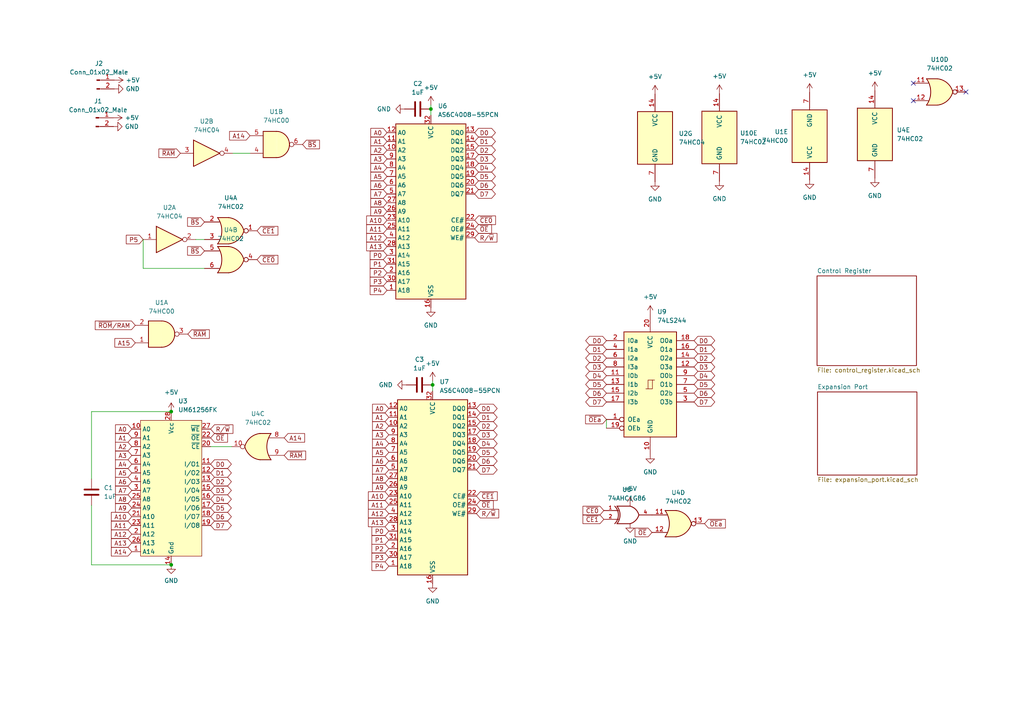
<source format=kicad_sch>
(kicad_sch (version 20211123) (generator eeschema)
  (paper "A4")
  (lib_symbols
    (symbol "6309sbc:UM61256FK"
      (property "Reference" "U" (at 0 8.89 0))
      (property "Value" "UM61256FK" (at 0 11.43 0))
      (symbol "UM61256FK_1_1"
        (pin input line (at -11.43 -16.51 0) (length 2.54) (name "A14") (number "1"))
        (pin input line (at -11.43 19.05 0) (length 2.54) (name "A0") (number "10"))
        (pin bidirectional line (at 11.43 8.89 180) (length 2.54) (name "I/O1") (number "11"))
        (pin bidirectional line (at 11.43 6.35 180) (length 2.54) (name "I/O2") (number "12"))
        (pin bidirectional line (at 11.43 3.81 180) (length 2.54) (name "I/O3") (number "13"))
        (pin power_in line (at 0 -20.32 90) (length 2.54) (name "Gnd") (number "14"))
        (pin bidirectional line (at 11.43 1.27 180) (length 2.54) (name "I/O4") (number "15"))
        (pin bidirectional line (at 11.43 -1.27 180) (length 2.54) (name "I/O5") (number "16"))
        (pin bidirectional line (at 11.43 -3.81 180) (length 2.54) (name "I/O6") (number "17"))
        (pin bidirectional line (at 11.43 -6.35 180) (length 2.54) (name "I/O7") (number "18"))
        (pin bidirectional line (at 11.43 -8.89 180) (length 2.54) (name "I/O8") (number "19"))
        (pin input line (at -11.43 -11.43 0) (length 2.54) (name "A12") (number "2"))
        (pin input line (at 11.43 13.97 180) (length 2.54) (name "~{CE}") (number "20"))
        (pin input line (at -11.43 -6.35 0) (length 2.54) (name "A10") (number "21"))
        (pin input line (at 11.43 16.51 180) (length 2.54) (name "~{OE}") (number "22"))
        (pin input line (at -11.43 -8.89 0) (length 2.54) (name "A11") (number "23"))
        (pin input line (at -11.43 -3.81 0) (length 2.54) (name "A9") (number "24"))
        (pin input line (at -11.43 -1.27 0) (length 2.54) (name "A8") (number "25"))
        (pin input line (at -11.43 -13.97 0) (length 2.54) (name "A13") (number "26"))
        (pin input line (at 11.43 19.05 180) (length 2.54) (name "~{WE}") (number "27"))
        (pin power_in line (at 0 24.13 270) (length 2.54) (name "Vcc") (number "28"))
        (pin input line (at -11.43 1.27 0) (length 2.54) (name "A7") (number "3"))
        (pin input line (at -11.43 3.81 0) (length 2.54) (name "A6") (number "4"))
        (pin input line (at -11.43 6.35 0) (length 2.54) (name "A5") (number "5"))
        (pin input line (at -11.43 8.89 0) (length 2.54) (name "A4") (number "6"))
        (pin input line (at -11.43 11.43 0) (length 2.54) (name "A3") (number "7"))
        (pin input line (at -11.43 13.97 0) (length 2.54) (name "A2") (number "8"))
        (pin input line (at -11.43 16.51 0) (length 2.54) (name "A1") (number "9"))
      )
    )
    (symbol "74xGxx:74AHC1G86" (pin_names (offset 1.016))
      (property "Reference" "U" (at -2.54 3.81 0))
      (property "Value" "74AHC1G86" (at 0 -3.81 0))
      (symbol "74AHC1G86_1_1"
        (pin input line (at -7.62 1.27 0) (length 3.81) (name "~") (number "1"))
        (pin input line (at -7.62 -1.27 0) (length 3.81) (name "~") (number "2"))
        (pin power_in line (at 0 -2.54 270) (length 0) hide (name "GND") (number "3"))
        (pin output line (at 6.35 0 180) (length 3.81) (name "~") (number "4"))
        (pin power_in line (at 0 2.54 90) (length 0) hide (name "VCC") (number "5"))
      )
    )
    (symbol "74xx:74HC00" (pin_names (offset 1.016))
      (property "Reference" "U" (at 0 1.27 0))
      (property "Value" "74HC00" (at 0 -1.27 0))
      (symbol "74HC00_1_1"
        (pin input line (at -7.62 2.54 0) (length 3.81) (name "~") (number "1"))
        (pin input line (at -7.62 -2.54 0) (length 3.81) (name "~") (number "2"))
        (pin output inverted (at 7.62 0 180) (length 3.81) (name "~") (number "3"))
      )
      (symbol "74HC00_1_2"
        (pin input inverted (at -7.62 2.54 0) (length 4.318) (name "~") (number "1"))
        (pin input inverted (at -7.62 -2.54 0) (length 4.318) (name "~") (number "2"))
        (pin output line (at 7.62 0 180) (length 3.81) (name "~") (number "3"))
      )
      (symbol "74HC00_2_1"
        (pin input line (at -7.62 2.54 0) (length 3.81) (name "~") (number "4"))
        (pin input line (at -7.62 -2.54 0) (length 3.81) (name "~") (number "5"))
        (pin output inverted (at 7.62 0 180) (length 3.81) (name "~") (number "6"))
      )
      (symbol "74HC00_2_2"
        (pin input inverted (at -7.62 2.54 0) (length 4.318) (name "~") (number "4"))
        (pin input inverted (at -7.62 -2.54 0) (length 4.318) (name "~") (number "5"))
        (pin output line (at 7.62 0 180) (length 3.81) (name "~") (number "6"))
      )
      (symbol "74HC00_3_1"
        (pin input line (at -7.62 -2.54 0) (length 3.81) (name "~") (number "10"))
        (pin output inverted (at 7.62 0 180) (length 3.81) (name "~") (number "8"))
        (pin input line (at -7.62 2.54 0) (length 3.81) (name "~") (number "9"))
      )
      (symbol "74HC00_3_2"
        (pin input inverted (at -7.62 -2.54 0) (length 4.318) (name "~") (number "10"))
        (pin output line (at 7.62 0 180) (length 3.81) (name "~") (number "8"))
        (pin input inverted (at -7.62 2.54 0) (length 4.318) (name "~") (number "9"))
      )
      (symbol "74HC00_4_1"
        (pin output inverted (at 7.62 0 180) (length 3.81) (name "~") (number "11"))
        (pin input line (at -7.62 2.54 0) (length 3.81) (name "~") (number "12"))
        (pin input line (at -7.62 -2.54 0) (length 3.81) (name "~") (number "13"))
      )
      (symbol "74HC00_4_2"
        (pin output line (at 7.62 0 180) (length 3.81) (name "~") (number "11"))
        (pin input inverted (at -7.62 2.54 0) (length 4.318) (name "~") (number "12"))
        (pin input inverted (at -7.62 -2.54 0) (length 4.318) (name "~") (number "13"))
      )
      (symbol "74HC00_5_0"
        (pin power_in line (at 0 12.7 270) (length 5.08) (name "VCC") (number "14"))
        (pin power_in line (at 0 -12.7 90) (length 5.08) (name "GND") (number "7"))
      )
    )
    (symbol "74xx:74HC02" (pin_names (offset 1.016))
      (property "Reference" "U" (at 0 1.27 0))
      (property "Value" "74HC02" (at 0 -1.27 0))
      (symbol "74HC02_1_1"
        (pin output inverted (at 7.62 0 180) (length 3.81) (name "~") (number "1"))
        (pin input line (at -7.62 2.54 0) (length 4.318) (name "~") (number "2"))
        (pin input line (at -7.62 -2.54 0) (length 4.318) (name "~") (number "3"))
      )
      (symbol "74HC02_1_2"
        (pin output line (at 7.62 0 180) (length 3.81) (name "~") (number "1"))
        (pin input inverted (at -7.62 2.54 0) (length 3.81) (name "~") (number "2"))
        (pin input inverted (at -7.62 -2.54 0) (length 3.81) (name "~") (number "3"))
      )
      (symbol "74HC02_2_1"
        (pin output inverted (at 7.62 0 180) (length 3.81) (name "~") (number "4"))
        (pin input line (at -7.62 2.54 0) (length 4.318) (name "~") (number "5"))
        (pin input line (at -7.62 -2.54 0) (length 4.318) (name "~") (number "6"))
      )
      (symbol "74HC02_2_2"
        (pin output line (at 7.62 0 180) (length 3.81) (name "~") (number "4"))
        (pin input inverted (at -7.62 2.54 0) (length 3.81) (name "~") (number "5"))
        (pin input inverted (at -7.62 -2.54 0) (length 3.81) (name "~") (number "6"))
      )
      (symbol "74HC02_3_1"
        (pin output inverted (at 7.62 0 180) (length 3.81) (name "~") (number "10"))
        (pin input line (at -7.62 2.54 0) (length 4.318) (name "~") (number "8"))
        (pin input line (at -7.62 -2.54 0) (length 4.318) (name "~") (number "9"))
      )
      (symbol "74HC02_3_2"
        (pin output line (at 7.62 0 180) (length 3.81) (name "~") (number "10"))
        (pin input inverted (at -7.62 2.54 0) (length 3.81) (name "~") (number "8"))
        (pin input inverted (at -7.62 -2.54 0) (length 3.81) (name "~") (number "9"))
      )
      (symbol "74HC02_4_1"
        (pin input line (at -7.62 2.54 0) (length 4.318) (name "~") (number "11"))
        (pin input line (at -7.62 -2.54 0) (length 4.318) (name "~") (number "12"))
        (pin output inverted (at 7.62 0 180) (length 3.81) (name "~") (number "13"))
      )
      (symbol "74HC02_4_2"
        (pin input inverted (at -7.62 2.54 0) (length 3.81) (name "~") (number "11"))
        (pin input inverted (at -7.62 -2.54 0) (length 3.81) (name "~") (number "12"))
        (pin output line (at 7.62 0 180) (length 3.81) (name "~") (number "13"))
      )
      (symbol "74HC02_5_0"
        (pin power_in line (at 0 12.7 270) (length 5.08) (name "VCC") (number "14"))
        (pin power_in line (at 0 -12.7 90) (length 5.08) (name "GND") (number "7"))
      )
    )
    (symbol "74xx:74HC04"
      (property "Reference" "U" (at 0 1.27 0))
      (property "Value" "74HC04" (at 0 -1.27 0))
      (symbol "74HC04_1_0"
        (pin input line (at -7.62 0 0) (length 3.81) (name "~") (number "1"))
        (pin output inverted (at 7.62 0 180) (length 3.81) (name "~") (number "2"))
      )
      (symbol "74HC04_2_0"
        (pin input line (at -7.62 0 0) (length 3.81) (name "~") (number "3"))
        (pin output inverted (at 7.62 0 180) (length 3.81) (name "~") (number "4"))
      )
      (symbol "74HC04_3_0"
        (pin input line (at -7.62 0 0) (length 3.81) (name "~") (number "5"))
        (pin output inverted (at 7.62 0 180) (length 3.81) (name "~") (number "6"))
      )
      (symbol "74HC04_4_0"
        (pin output inverted (at 7.62 0 180) (length 3.81) (name "~") (number "8"))
        (pin input line (at -7.62 0 0) (length 3.81) (name "~") (number "9"))
      )
      (symbol "74HC04_5_0"
        (pin output inverted (at 7.62 0 180) (length 3.81) (name "~") (number "10"))
        (pin input line (at -7.62 0 0) (length 3.81) (name "~") (number "11"))
      )
      (symbol "74HC04_6_0"
        (pin output inverted (at 7.62 0 180) (length 3.81) (name "~") (number "12"))
        (pin input line (at -7.62 0 0) (length 3.81) (name "~") (number "13"))
      )
      (symbol "74HC04_7_0"
        (pin power_in line (at 0 12.7 270) (length 5.08) (name "VCC") (number "14"))
        (pin power_in line (at 0 -12.7 90) (length 5.08) (name "GND") (number "7"))
      )
    )
    (symbol "74xx:74LS02" (pin_names (offset 1.016))
      (property "Reference" "U" (at 0 1.27 0))
      (property "Value" "74LS02" (at 0 -1.27 0))
      (symbol "74LS02_1_1"
        (pin output inverted (at 7.62 0 180) (length 3.81) (name "~") (number "1"))
        (pin input line (at -7.62 2.54 0) (length 4.318) (name "~") (number "2"))
        (pin input line (at -7.62 -2.54 0) (length 4.318) (name "~") (number "3"))
      )
      (symbol "74LS02_1_2"
        (pin output line (at 7.62 0 180) (length 3.81) (name "~") (number "1"))
        (pin input inverted (at -7.62 2.54 0) (length 3.81) (name "~") (number "2"))
        (pin input inverted (at -7.62 -2.54 0) (length 3.81) (name "~") (number "3"))
      )
      (symbol "74LS02_2_1"
        (pin output inverted (at 7.62 0 180) (length 3.81) (name "~") (number "4"))
        (pin input line (at -7.62 2.54 0) (length 4.318) (name "~") (number "5"))
        (pin input line (at -7.62 -2.54 0) (length 4.318) (name "~") (number "6"))
      )
      (symbol "74LS02_2_2"
        (pin output line (at 7.62 0 180) (length 3.81) (name "~") (number "4"))
        (pin input inverted (at -7.62 2.54 0) (length 3.81) (name "~") (number "5"))
        (pin input inverted (at -7.62 -2.54 0) (length 3.81) (name "~") (number "6"))
      )
      (symbol "74LS02_3_1"
        (pin output inverted (at 7.62 0 180) (length 3.81) (name "~") (number "10"))
        (pin input line (at -7.62 2.54 0) (length 4.318) (name "~") (number "8"))
        (pin input line (at -7.62 -2.54 0) (length 4.318) (name "~") (number "9"))
      )
      (symbol "74LS02_3_2"
        (pin output line (at 7.62 0 180) (length 3.81) (name "~") (number "10"))
        (pin input inverted (at -7.62 2.54 0) (length 3.81) (name "~") (number "8"))
        (pin input inverted (at -7.62 -2.54 0) (length 3.81) (name "~") (number "9"))
      )
      (symbol "74LS02_4_1"
        (pin input line (at -7.62 2.54 0) (length 4.318) (name "~") (number "11"))
        (pin input line (at -7.62 -2.54 0) (length 4.318) (name "~") (number "12"))
        (pin output inverted (at 7.62 0 180) (length 3.81) (name "~") (number "13"))
      )
      (symbol "74LS02_4_2"
        (pin input inverted (at -7.62 2.54 0) (length 3.81) (name "~") (number "11"))
        (pin input inverted (at -7.62 -2.54 0) (length 3.81) (name "~") (number "12"))
        (pin output line (at 7.62 0 180) (length 3.81) (name "~") (number "13"))
      )
      (symbol "74LS02_5_0"
        (pin power_in line (at 0 12.7 270) (length 5.08) (name "VCC") (number "14"))
        (pin power_in line (at 0 -12.7 90) (length 5.08) (name "GND") (number "7"))
      )
    )
    (symbol "74xx:74LS244" (pin_names (offset 1.016))
      (property "Reference" "U" (at -7.62 16.51 0))
      (property "Value" "74LS244" (at -7.62 -16.51 0))
      (symbol "74LS244_1_0"
        (pin input inverted (at -12.7 -10.16 0) (length 5.08) (name "OEa") (number "1"))
        (pin power_in line (at 0 -20.32 90) (length 5.08) (name "GND") (number "10"))
        (pin input line (at -12.7 2.54 0) (length 5.08) (name "I0b") (number "11"))
        (pin tri_state line (at 12.7 5.08 180) (length 5.08) (name "O3a") (number "12"))
        (pin input line (at -12.7 0 0) (length 5.08) (name "I1b") (number "13"))
        (pin tri_state line (at 12.7 7.62 180) (length 5.08) (name "O2a") (number "14"))
        (pin input line (at -12.7 -2.54 0) (length 5.08) (name "I2b") (number "15"))
        (pin tri_state line (at 12.7 10.16 180) (length 5.08) (name "O1a") (number "16"))
        (pin input line (at -12.7 -5.08 0) (length 5.08) (name "I3b") (number "17"))
        (pin tri_state line (at 12.7 12.7 180) (length 5.08) (name "O0a") (number "18"))
        (pin input inverted (at -12.7 -12.7 0) (length 5.08) (name "OEb") (number "19"))
        (pin input line (at -12.7 12.7 0) (length 5.08) (name "I0a") (number "2"))
        (pin power_in line (at 0 20.32 270) (length 5.08) (name "VCC") (number "20"))
        (pin tri_state line (at 12.7 -5.08 180) (length 5.08) (name "O3b") (number "3"))
        (pin input line (at -12.7 10.16 0) (length 5.08) (name "I1a") (number "4"))
        (pin tri_state line (at 12.7 -2.54 180) (length 5.08) (name "O2b") (number "5"))
        (pin input line (at -12.7 7.62 0) (length 5.08) (name "I2a") (number "6"))
        (pin tri_state line (at 12.7 0 180) (length 5.08) (name "O1b") (number "7"))
        (pin input line (at -12.7 5.08 0) (length 5.08) (name "I3a") (number "8"))
        (pin tri_state line (at 12.7 2.54 180) (length 5.08) (name "O0b") (number "9"))
      )
    )
    (symbol "Connector:Conn_01x02_Male" (pin_names (offset 1.016) hide)
      (property "Reference" "J" (at 0 2.54 0))
      (property "Value" "Conn_01x02_Male" (at 0 -5.08 0))
      (symbol "Conn_01x02_Male_1_1"
        (pin passive line (at 5.08 0 180) (length 3.81) (name "Pin_1") (number "1"))
        (pin passive line (at 5.08 -2.54 180) (length 3.81) (name "Pin_2") (number "2"))
      )
    )
    (symbol "Device:C" (pin_numbers hide) (pin_names (offset 0.254))
      (property "Reference" "C" (at 0.635 2.54 0))
      (property "Value" "C" (at 0.635 -2.54 0))
      (symbol "C_1_1"
        (pin passive line (at 0 3.81 270) (length 2.794) (name "~") (number "1"))
        (pin passive line (at 0 -3.81 90) (length 2.794) (name "~") (number "2"))
      )
    )
    (symbol "Memory_RAM:AS6C4008-55PCN"
      (property "Reference" "U" (at -10.16 26.035 0))
      (property "Value" "AS6C4008-55PCN" (at 2.54 26.035 0))
      (symbol "AS6C4008-55PCN_0_0"
        (pin power_in line (at 0 -27.94 90) (length 2.54) (name "VSS") (number "16"))
        (pin power_in line (at 0 27.94 270) (length 2.54) (name "VCC") (number "32"))
      )
      (symbol "AS6C4008-55PCN_1_1"
        (pin input line (at -12.7 -22.86 0) (length 2.54) (name "A18") (number "1"))
        (pin input line (at -12.7 17.78 0) (length 2.54) (name "A2") (number "10"))
        (pin input line (at -12.7 20.32 0) (length 2.54) (name "A1") (number "11"))
        (pin input line (at -12.7 22.86 0) (length 2.54) (name "A0") (number "12"))
        (pin tri_state line (at 12.7 22.86 180) (length 2.54) (name "DQ0") (number "13"))
        (pin tri_state line (at 12.7 20.32 180) (length 2.54) (name "DQ1") (number "14"))
        (pin tri_state line (at 12.7 17.78 180) (length 2.54) (name "DQ2") (number "15"))
        (pin tri_state line (at 12.7 15.24 180) (length 2.54) (name "DQ3") (number "17"))
        (pin tri_state line (at 12.7 12.7 180) (length 2.54) (name "DQ4") (number "18"))
        (pin tri_state line (at 12.7 10.16 180) (length 2.54) (name "DQ5") (number "19"))
        (pin input line (at -12.7 -17.78 0) (length 2.54) (name "A16") (number "2"))
        (pin tri_state line (at 12.7 7.62 180) (length 2.54) (name "DQ6") (number "20"))
        (pin tri_state line (at 12.7 5.08 180) (length 2.54) (name "DQ7") (number "21"))
        (pin input line (at 12.7 -2.54 180) (length 2.54) (name "CE#") (number "22"))
        (pin input line (at -12.7 -2.54 0) (length 2.54) (name "A10") (number "23"))
        (pin input line (at 12.7 -5.08 180) (length 2.54) (name "OE#") (number "24"))
        (pin input line (at -12.7 -5.08 0) (length 2.54) (name "A11") (number "25"))
        (pin input line (at -12.7 0 0) (length 2.54) (name "A9") (number "26"))
        (pin input line (at -12.7 2.54 0) (length 2.54) (name "A8") (number "27"))
        (pin input line (at -12.7 -10.16 0) (length 2.54) (name "A13") (number "28"))
        (pin input line (at 12.7 -7.62 180) (length 2.54) (name "WE#") (number "29"))
        (pin input line (at -12.7 -12.7 0) (length 2.54) (name "A14") (number "3"))
        (pin input line (at -12.7 -20.32 0) (length 2.54) (name "A17") (number "30"))
        (pin input line (at -12.7 -15.24 0) (length 2.54) (name "A15") (number "31"))
        (pin input line (at -12.7 -7.62 0) (length 2.54) (name "A12") (number "4"))
        (pin input line (at -12.7 5.08 0) (length 2.54) (name "A7") (number "5"))
        (pin input line (at -12.7 7.62 0) (length 2.54) (name "A6") (number "6"))
        (pin input line (at -12.7 10.16 0) (length 2.54) (name "A5") (number "7"))
        (pin input line (at -12.7 12.7 0) (length 2.54) (name "A4") (number "8"))
        (pin input line (at -12.7 15.24 0) (length 2.54) (name "A3") (number "9"))
      )
    )
    (symbol "power:+5V" (power) (pin_names (offset 0))
      (property "Value" "+5V" (at 0 3.556 0))
      (symbol "+5V_1_1"
        (pin power_in line (at 0 0 90) (length 0) hide (name "+5V") (number "1"))
      )
    )
    (symbol "power:GND" (power) (pin_names (offset 0))
      (property "Value" "GND" (at 0 -3.81 0))
      (symbol "GND_1_1"
        (pin power_in line (at 0 0 270) (length 0) hide (name "GND") (number "1"))
      )
    )
  )
  (junction (at 124.968 31.623))
  (junction (at 125.476 111.633))
  (junction (at 49.657 119.38))
  (junction (at 49.657 163.83))
  (no_connect (at 280.162 26.67))
  (no_connect (at 264.922 29.21))
  (no_connect (at 264.922 24.13))
  (wire (pts (xy 49.657 119.38) (xy 26.543 119.38)))
  (wire (pts (xy 26.543 119.38) (xy 26.543 138.938)))
  (wire (pts (xy 67.564 44.45) (xy 72.517 44.45)))
  (wire (pts (xy 124.968 30.48) (xy 124.968 31.623)))
  (wire (pts (xy 124.968 31.623) (xy 124.968 33.401)))
  (wire (pts (xy 175.895 121.666) (xy 175.895 124.206)))
  (wire (pts (xy 41.529 69.469) (xy 41.529 77.851)))
  (wire (pts (xy 67.183 129.54) (xy 61.087 129.54)))
  (wire (pts (xy 125.476 111.633) (xy 125.476 113.411)))
  (wire (pts (xy 49.657 163.83) (xy 26.543 163.83)))
  (wire (pts (xy 56.769 69.469) (xy 59.309 69.469)))
  (wire (pts (xy 26.543 163.83) (xy 26.543 146.558)))
  (wire (pts (xy 125.476 110.49) (xy 125.476 111.633)))
  (wire (pts (xy 41.529 77.851) (xy 59.309 77.851)))
  (global_label "D5" (shape bidirectional) (at 61.087 147.32 0) (property "Intersheet References" "${INTERSHEET_REFS}" (effects hide)))
  (global_label "P5" (shape input) (at 41.529 69.469 180) (property "Intersheet References" "${INTERSHEET_REFS}" (effects hide)))
  (global_label "A10" (shape input) (at 38.227 149.86 180) (property "Intersheet References" "${INTERSHEET_REFS}" (effects hide)))
  (global_label "D1" (shape bidirectional) (at 137.668 41.021 0) (property "Intersheet References" "${INTERSHEET_REFS}" (effects hide)))
  (global_label "D6" (shape bidirectional) (at 175.895 114.046 180) (property "Intersheet References" "${INTERSHEET_REFS}" (effects hide)))
  (global_label "D0" (shape bidirectional) (at 137.668 38.481 0) (property "Intersheet References" "${INTERSHEET_REFS}" (effects hide)))
  (global_label "P1" (shape input) (at 112.776 156.591 180) (property "Intersheet References" "${INTERSHEET_REFS}" (effects hide)))
  (global_label "D7" (shape bidirectional) (at 175.895 116.586 180) (property "Intersheet References" "${INTERSHEET_REFS}" (effects hide)))
  (global_label "A1" (shape input) (at 112.776 121.031 180) (property "Intersheet References" "${INTERSHEET_REFS}" (effects hide)))
  (global_label "~{CE1}" (shape input) (at 138.176 143.891 0) (property "Intersheet References" "${INTERSHEET_REFS}" (effects hide)))
  (global_label "D6" (shape bidirectional) (at 138.176 133.731 0) (property "Intersheet References" "${INTERSHEET_REFS}" (effects hide)))
  (global_label "D4" (shape bidirectional) (at 175.895 108.966 180) (property "Intersheet References" "${INTERSHEET_REFS}" (effects hide)))
  (global_label "A2" (shape input) (at 112.268 43.561 180) (property "Intersheet References" "${INTERSHEET_REFS}" (effects hide)))
  (global_label "P3" (shape input) (at 112.268 81.661 180) (property "Intersheet References" "${INTERSHEET_REFS}" (effects hide)))
  (global_label "P2" (shape input) (at 112.776 159.131 180) (property "Intersheet References" "${INTERSHEET_REFS}" (effects hide)))
  (global_label "D1" (shape bidirectional) (at 138.176 121.031 0) (property "Intersheet References" "${INTERSHEET_REFS}" (effects hide)))
  (global_label "A12" (shape input) (at 38.227 154.94 180) (property "Intersheet References" "${INTERSHEET_REFS}" (effects hide)))
  (global_label "D1" (shape bidirectional) (at 61.087 137.16 0) (property "Intersheet References" "${INTERSHEET_REFS}" (effects hide)))
  (global_label "A13" (shape input) (at 112.776 151.511 180) (property "Intersheet References" "${INTERSHEET_REFS}" (effects hide)))
  (global_label "A11" (shape input) (at 38.227 152.4 180) (property "Intersheet References" "${INTERSHEET_REFS}" (effects hide)))
  (global_label "A11" (shape input) (at 112.776 146.431 180) (property "Intersheet References" "${INTERSHEET_REFS}" (effects hide)))
  (global_label "A12" (shape input) (at 112.776 148.971 180) (property "Intersheet References" "${INTERSHEET_REFS}" (effects hide)))
  (global_label "A7" (shape input) (at 38.227 142.24 180) (property "Intersheet References" "${INTERSHEET_REFS}" (effects hide)))
  (global_label "A1" (shape input) (at 112.268 41.021 180) (property "Intersheet References" "${INTERSHEET_REFS}" (effects hide)))
  (global_label "~{CE0}" (shape input) (at 137.668 63.881 0) (property "Intersheet References" "${INTERSHEET_REFS}" (effects hide)))
  (global_label "D4" (shape bidirectional) (at 138.176 128.651 0) (property "Intersheet References" "${INTERSHEET_REFS}" (effects hide)))
  (global_label "~{CE1}" (shape input) (at 74.549 66.929 0) (property "Intersheet References" "${INTERSHEET_REFS}" (effects hide)))
  (global_label "A10" (shape input) (at 112.776 143.891 180) (property "Intersheet References" "${INTERSHEET_REFS}" (effects hide)))
  (global_label "R{slash}~{W}" (shape input) (at 138.176 148.971 0) (property "Intersheet References" "${INTERSHEET_REFS}" (effects hide)))
  (global_label "A14" (shape input) (at 72.517 39.37 180) (property "Intersheet References" "${INTERSHEET_REFS}" (effects hide)))
  (global_label "A9" (shape input) (at 38.227 147.32 180) (property "Intersheet References" "${INTERSHEET_REFS}" (effects hide)))
  (global_label "D5" (shape bidirectional) (at 201.295 111.506 0) (property "Intersheet References" "${INTERSHEET_REFS}" (effects hide)))
  (global_label "P0" (shape input) (at 112.268 74.041 180) (property "Intersheet References" "${INTERSHEET_REFS}" (effects hide)))
  (global_label "D0" (shape bidirectional) (at 175.895 98.806 180) (property "Intersheet References" "${INTERSHEET_REFS}" (effects hide)))
  (global_label "D0" (shape bidirectional) (at 61.087 134.62 0) (property "Intersheet References" "${INTERSHEET_REFS}" (effects hide)))
  (global_label "A13" (shape input) (at 112.268 71.501 180) (property "Intersheet References" "${INTERSHEET_REFS}" (effects hide)))
  (global_label "A5" (shape input) (at 112.268 51.181 180) (property "Intersheet References" "${INTERSHEET_REFS}" (effects hide)))
  (global_label "D0" (shape bidirectional) (at 138.176 118.491 0) (property "Intersheet References" "${INTERSHEET_REFS}" (effects hide)))
  (global_label "P0" (shape input) (at 112.776 154.051 180) (property "Intersheet References" "${INTERSHEET_REFS}" (effects hide)))
  (global_label "D1" (shape bidirectional) (at 201.295 101.346 0) (property "Intersheet References" "${INTERSHEET_REFS}" (effects hide)))
  (global_label "A8" (shape input) (at 112.268 58.801 180) (property "Intersheet References" "${INTERSHEET_REFS}" (effects hide)))
  (global_label "~{OE}" (shape input) (at 61.087 127 0) (property "Intersheet References" "${INTERSHEET_REFS}" (effects hide)))
  (global_label "A4" (shape input) (at 38.227 134.62 180) (property "Intersheet References" "${INTERSHEET_REFS}" (effects hide)))
  (global_label "A4" (shape input) (at 112.776 128.651 180) (property "Intersheet References" "${INTERSHEET_REFS}" (effects hide)))
  (global_label "A2" (shape input) (at 112.776 123.571 180) (property "Intersheet References" "${INTERSHEET_REFS}" (effects hide)))
  (global_label "~{CE0}" (shape input) (at 74.549 75.311 0) (property "Intersheet References" "${INTERSHEET_REFS}" (effects hide)))
  (global_label "A11" (shape input) (at 112.268 66.421 180) (property "Intersheet References" "${INTERSHEET_REFS}" (effects hide)))
  (global_label "A0" (shape input) (at 38.227 124.46 180) (property "Intersheet References" "${INTERSHEET_REFS}" (effects hide)))
  (global_label "D2" (shape bidirectional) (at 138.176 123.571 0) (property "Intersheet References" "${INTERSHEET_REFS}" (effects hide)))
  (global_label "A3" (shape input) (at 112.776 126.111 180) (property "Intersheet References" "${INTERSHEET_REFS}" (effects hide)))
  (global_label "P4" (shape input) (at 112.268 84.201 180) (property "Intersheet References" "${INTERSHEET_REFS}" (effects hide)))
  (global_label "D1" (shape bidirectional) (at 175.895 101.346 180) (property "Intersheet References" "${INTERSHEET_REFS}" (effects hide)))
  (global_label "R{slash}~{W}" (shape input) (at 137.668 68.961 0) (property "Intersheet References" "${INTERSHEET_REFS}" (effects hide)))
  (global_label "D6" (shape bidirectional) (at 201.295 114.046 0) (property "Intersheet References" "${INTERSHEET_REFS}" (effects hide)))
  (global_label "D2" (shape bidirectional) (at 137.668 43.561 0) (property "Intersheet References" "${INTERSHEET_REFS}" (effects hide)))
  (global_label "D7" (shape bidirectional) (at 201.295 116.586 0) (property "Intersheet References" "${INTERSHEET_REFS}" (effects hide)))
  (global_label "A8" (shape input) (at 38.227 144.78 180) (property "Intersheet References" "${INTERSHEET_REFS}" (effects hide)))
  (global_label "A4" (shape input) (at 112.268 48.641 180) (property "Intersheet References" "${INTERSHEET_REFS}" (effects hide)))
  (global_label "~{BS}" (shape input) (at 59.309 64.389 180) (property "Intersheet References" "${INTERSHEET_REFS}" (effects hide)))
  (global_label "A5" (shape input) (at 38.227 137.16 180) (property "Intersheet References" "${INTERSHEET_REFS}" (effects hide)))
  (global_label "D0" (shape bidirectional) (at 201.295 98.806 0) (property "Intersheet References" "${INTERSHEET_REFS}" (effects hide)))
  (global_label "D7" (shape bidirectional) (at 61.087 152.4 0) (property "Intersheet References" "${INTERSHEET_REFS}" (effects hide)))
  (global_label "A9" (shape input) (at 112.268 61.341 180) (property "Intersheet References" "${INTERSHEET_REFS}" (effects hide)))
  (global_label "~{OEa}" (shape input) (at 175.895 121.666 180) (property "Intersheet References" "${INTERSHEET_REFS}" (effects hide)))
  (global_label "D5" (shape bidirectional) (at 138.176 131.191 0) (property "Intersheet References" "${INTERSHEET_REFS}" (effects hide)))
  (global_label "D2" (shape bidirectional) (at 201.295 103.886 0) (property "Intersheet References" "${INTERSHEET_REFS}" (effects hide)))
  (global_label "A13" (shape input) (at 38.227 157.48 180) (property "Intersheet References" "${INTERSHEET_REFS}" (effects hide)))
  (global_label "D4" (shape bidirectional) (at 201.295 108.966 0) (property "Intersheet References" "${INTERSHEET_REFS}" (effects hide)))
  (global_label "~{ROM}{slash}RAM" (shape input) (at 39.243 94.361 180) (property "Intersheet References" "${INTERSHEET_REFS}" (effects hide)))
  (global_label "D4" (shape bidirectional) (at 61.087 144.78 0) (property "Intersheet References" "${INTERSHEET_REFS}" (effects hide)))
  (global_label "A7" (shape input) (at 112.776 136.271 180) (property "Intersheet References" "${INTERSHEET_REFS}" (effects hide)))
  (global_label "~{RAM}" (shape input) (at 54.483 96.901 0) (property "Intersheet References" "${INTERSHEET_REFS}" (effects hide)))
  (global_label "D7" (shape bidirectional) (at 138.176 136.271 0) (property "Intersheet References" "${INTERSHEET_REFS}" (effects hide)))
  (global_label "D5" (shape bidirectional) (at 175.895 111.506 180) (property "Intersheet References" "${INTERSHEET_REFS}" (effects hide)))
  (global_label "D5" (shape bidirectional) (at 137.668 51.181 0) (property "Intersheet References" "${INTERSHEET_REFS}" (effects hide)))
  (global_label "~{CE0}" (shape input) (at 175.133 148.082 180) (property "Intersheet References" "${INTERSHEET_REFS}" (effects hide)))
  (global_label "A6" (shape input) (at 112.268 53.721 180) (property "Intersheet References" "${INTERSHEET_REFS}" (effects hide)))
  (global_label "A3" (shape input) (at 112.268 46.101 180) (property "Intersheet References" "${INTERSHEET_REFS}" (effects hide)))
  (global_label "~{OE}" (shape input) (at 138.176 146.431 0) (property "Intersheet References" "${INTERSHEET_REFS}" (effects hide)))
  (global_label "~{OE}" (shape input) (at 189.103 154.432 180) (property "Intersheet References" "${INTERSHEET_REFS}" (effects hide)))
  (global_label "A5" (shape input) (at 112.776 131.191 180) (property "Intersheet References" "${INTERSHEET_REFS}" (effects hide)))
  (global_label "~{BS}" (shape input) (at 87.757 41.91 0) (property "Intersheet References" "${INTERSHEET_REFS}" (effects hide)))
  (global_label "D4" (shape bidirectional) (at 137.668 48.641 0) (property "Intersheet References" "${INTERSHEET_REFS}" (effects hide)))
  (global_label "D6" (shape bidirectional) (at 61.087 149.86 0) (property "Intersheet References" "${INTERSHEET_REFS}" (effects hide)))
  (global_label "P3" (shape input) (at 112.776 161.671 180) (property "Intersheet References" "${INTERSHEET_REFS}" (effects hide)))
  (global_label "D2" (shape bidirectional) (at 175.895 103.886 180) (property "Intersheet References" "${INTERSHEET_REFS}" (effects hide)))
  (global_label "A12" (shape input) (at 112.268 68.961 180) (property "Intersheet References" "${INTERSHEET_REFS}" (effects hide)))
  (global_label "A15" (shape input) (at 39.243 99.441 180) (property "Intersheet References" "${INTERSHEET_REFS}" (effects hide)))
  (global_label "P2" (shape input) (at 112.268 79.121 180) (property "Intersheet References" "${INTERSHEET_REFS}" (effects hide)))
  (global_label "D3" (shape bidirectional) (at 137.668 46.101 0) (property "Intersheet References" "${INTERSHEET_REFS}" (effects hide)))
  (global_label "~{RAM}" (shape input) (at 82.423 132.08 0) (property "Intersheet References" "${INTERSHEET_REFS}" (effects hide)))
  (global_label "P1" (shape input) (at 112.268 76.581 180) (property "Intersheet References" "${INTERSHEET_REFS}" (effects hide)))
  (global_label "D3" (shape bidirectional) (at 138.176 126.111 0) (property "Intersheet References" "${INTERSHEET_REFS}" (effects hide)))
  (global_label "D7" (shape bidirectional) (at 137.668 56.261 0) (property "Intersheet References" "${INTERSHEET_REFS}" (effects hide)))
  (global_label "~{RAM}" (shape input) (at 52.324 44.45 180) (property "Intersheet References" "${INTERSHEET_REFS}" (effects hide)))
  (global_label "A14" (shape input) (at 82.423 127 0) (property "Intersheet References" "${INTERSHEET_REFS}" (effects hide)))
  (global_label "P4" (shape input) (at 112.776 164.211 180) (property "Intersheet References" "${INTERSHEET_REFS}" (effects hide)))
  (global_label "~{OE}" (shape input) (at 137.668 66.421 0) (property "Intersheet References" "${INTERSHEET_REFS}" (effects hide)))
  (global_label "A2" (shape input) (at 38.227 129.54 180) (property "Intersheet References" "${INTERSHEET_REFS}" (effects hide)))
  (global_label "A3" (shape input) (at 38.227 132.08 180) (property "Intersheet References" "${INTERSHEET_REFS}" (effects hide)))
  (global_label "A10" (shape input) (at 112.268 63.881 180) (property "Intersheet References" "${INTERSHEET_REFS}" (effects hide)))
  (global_label "A14" (shape input) (at 38.227 160.02 180) (property "Intersheet References" "${INTERSHEET_REFS}" (effects hide)))
  (global_label "~{BS}" (shape input) (at 59.309 72.771 180) (property "Intersheet References" "${INTERSHEET_REFS}" (effects hide)))
  (global_label "A7" (shape input) (at 112.268 56.261 180) (property "Intersheet References" "${INTERSHEET_REFS}" (effects hide)))
  (global_label "D3" (shape bidirectional) (at 201.295 106.426 0) (property "Intersheet References" "${INTERSHEET_REFS}" (effects hide)))
  (global_label "R{slash}~{W}" (shape input) (at 61.087 124.46 0) (property "Intersheet References" "${INTERSHEET_REFS}" (effects hide)))
  (global_label "A0" (shape input) (at 112.268 38.481 180) (property "Intersheet References" "${INTERSHEET_REFS}" (effects hide)))
  (global_label "A9" (shape input) (at 112.776 141.351 180) (property "Intersheet References" "${INTERSHEET_REFS}" (effects hide)))
  (global_label "D3" (shape bidirectional) (at 175.895 106.426 180) (property "Intersheet References" "${INTERSHEET_REFS}" (effects hide)))
  (global_label "A6" (shape input) (at 38.227 139.7 180) (property "Intersheet References" "${INTERSHEET_REFS}" (effects hide)))
  (global_label "D6" (shape bidirectional) (at 137.668 53.721 0) (property "Intersheet References" "${INTERSHEET_REFS}" (effects hide)))
  (global_label "A6" (shape input) (at 112.776 133.731 180) (property "Intersheet References" "${INTERSHEET_REFS}" (effects hide)))
  (global_label "A8" (shape input) (at 112.776 138.811 180) (property "Intersheet References" "${INTERSHEET_REFS}" (effects hide)))
  (global_label "D3" (shape bidirectional) (at 61.087 142.24 0) (property "Intersheet References" "${INTERSHEET_REFS}" (effects hide)))
  (global_label "A0" (shape input) (at 112.776 118.491 180) (property "Intersheet References" "${INTERSHEET_REFS}" (effects hide)))
  (global_label "~{CE1}" (shape input) (at 175.133 150.622 180) (property "Intersheet References" "${INTERSHEET_REFS}" (effects hide)))
  (global_label "A1" (shape input) (at 38.227 127 180) (property "Intersheet References" "${INTERSHEET_REFS}" (effects hide)))
  (global_label "~{OEa}" (shape input) (at 204.343 151.892 0) (property "Intersheet References" "${INTERSHEET_REFS}" (effects hide)))
  (global_label "D2" (shape bidirectional) (at 61.087 139.7 0) (property "Intersheet References" "${INTERSHEET_REFS}" (effects hide)))
  (symbol (lib_id "power:GND") (at 208.661 52.578 0) (unit 1)
    (property "Reference" "#PWR0108" (effects hide))
    (property "Value" "GND" (at 208.661 57.658 0))
  )
  (symbol (lib_id "74xx:74HC02") (at 196.723 151.892 0) (unit 4)
    (property "Reference" "U4" (at 196.723 142.875 0))
    (property "Value" "74HC02" (at 196.723 145.415 0))
    (property "Footprint" "Package_SO:SO-14_3.9x8.65mm_P1.27mm" (effects hide))
    (property "Datasheet" "http://www.ti.com/lit/gpn/sn74hc02" (effects hide))
  )
  (symbol (lib_id "74xx:74LS02") (at 208.661 39.878 0) (unit 5)
    (property "Reference" "U10" (at 214.63 38.6079 0) (effects (justify left)))
    (property "Value" "74HC02" (at 214.63 41.1479 0) (effects (justify left)))
    (property "Footprint" "Package_SO:SO-14_3.9x8.65mm_P1.27mm" (effects hide))
    (property "Datasheet" "http://www.ti.com/lit/gpn/sn74ls02" (effects hide))
  )
  (symbol (lib_id "power:+5V") (at 234.823 26.797 0) (unit 1)
    (property "Reference" "#PWR0103" (effects hide))
    (property "Value" "+5V" (at 234.823 21.717 0))
  )
  (symbol (lib_id "power:+5V") (at 253.746 26.289 0) (unit 1)
    (property "Reference" "#PWR017" (effects hide))
    (property "Value" "+5V" (at 253.746 21.209 0))
  )
  (symbol (lib_id "Device:C") (at 121.158 31.623 270) (unit 1)
    (property "Reference" "C2" (at 121.158 24.257 90))
    (property "Value" "1uF" (at 121.158 26.797 90))
    (property "Footprint" "Capacitor_SMD:C_0805_2012Metric" (effects hide))
  )
  (symbol (lib_id "74xx:74HC02") (at 74.803 129.54 0) (mirror y) (unit 3)
    (property "Reference" "U4" (at 74.803 120.015 0))
    (property "Value" "74HC02" (at 74.803 122.555 0))
    (property "Footprint" "Package_SO:SO-14_3.9x8.65mm_P1.27mm" (effects hide))
    (property "Datasheet" "http://www.ti.com/lit/gpn/sn74hc02" (effects hide))
  )
  (symbol (lib_id "power:GND") (at 125.476 169.291 0) (unit 1)
    (property "Reference" "#PWR012" (effects hide))
    (property "Value" "GND" (at 125.476 174.371 0))
  )
  (symbol (lib_id "power:+5V") (at 124.968 30.48 0) (unit 1)
    (property "Reference" "#PWR030" (effects hide))
    (property "Value" "+5V" (at 124.968 25.4 0))
  )
  (symbol (lib_id "power:GND") (at 124.968 89.281 0) (unit 1)
    (property "Reference" "#PWR010" (effects hide))
    (property "Value" "GND" (at 124.968 94.361 0))
  )
  (symbol (lib_id "power:GND") (at 234.823 52.197 0) (unit 1)
    (property "Reference" "#PWR0104" (effects hide))
    (property "Value" "GND" (at 234.823 57.277 0))
  )
  (symbol (lib_id "power:GND") (at 253.746 51.689 0) (unit 1)
    (property "Reference" "#PWR018" (effects hide))
    (property "Value" "GND" (at 253.746 56.769 0))
  )
  (symbol (lib_id "power:GND") (at 188.595 131.826 0) (unit 1)
    (property "Reference" "#PWR016" (effects hide))
    (property "Value" "GND" (at 188.595 136.906 0))
  )
  (symbol (lib_id "6309sbc:UM61256FK") (at 49.657 143.51 0) (unit 1)
    (property "Reference" "U3" (at 51.6764 116.332 0) (effects (justify left)))
    (property "Value" "UM61256FK" (at 51.6764 118.872 0) (effects (justify left)))
    (property "Footprint" "Package_DIP:DIP-28_W7.62mm" (effects hide))
    (property "Note" "High 32k switched with ROM" (effects hide))
  )
  (symbol (lib_id "power:+5V") (at 182.753 146.812 0) (unit 1)
    (property "Reference" "#PWR013" (effects hide))
    (property "Value" "+5V" (at 182.753 141.732 0))
  )
  (symbol (lib_id "74xx:74HC02") (at 253.746 38.989 0) (unit 5)
    (property "Reference" "U4" (at 260.096 37.7189 0) (effects (justify left)))
    (property "Value" "74HC02" (at 260.096 40.2589 0) (effects (justify left)))
    (property "Footprint" "Package_SO:SO-14_3.9x8.65mm_P1.27mm" (effects hide))
    (property "Datasheet" "http://www.ti.com/lit/gpn/sn74hc02" (effects hide))
  )
  (symbol (lib_id "power:+5V") (at 188.595 91.186 0) (unit 1)
    (property "Reference" "#PWR015" (effects hide))
    (property "Value" "+5V" (at 188.595 86.106 0))
  )
  (symbol (lib_id "power:GND") (at 189.992 52.705 0) (unit 1)
    (property "Reference" "#PWR?" (effects hide))
    (property "Value" "GND" (at 189.992 57.785 0))
  )
  (symbol (lib_id "74xGxx:74AHC1G86") (at 182.753 149.352 0) (unit 1)
    (property "Reference" "U8" (at 181.8005 141.986 0))
    (property "Value" "74AHC1G86" (at 181.8005 144.526 0))
    (property "Footprint" "Package_SO:TSOP-5_1.65x3.05mm_P0.95mm" (effects hide))
    (property "Datasheet" "http://www.ti.com/lit/sg/scyt129e/scyt129e.pdf" (effects hide))
  )
  (symbol (lib_id "power:+5V") (at 208.661 27.178 0) (unit 1)
    (property "Reference" "#PWR0107" (effects hide))
    (property "Value" "+5V" (at 208.661 22.098 0))
  )
  (symbol (lib_id "Device:C") (at 121.666 111.633 270) (unit 1)
    (property "Reference" "C3" (at 121.666 104.267 90))
    (property "Value" "1uF" (at 121.666 106.807 90))
    (property "Footprint" "Capacitor_SMD:C_0805_2012Metric" (effects hide))
  )
  (symbol (lib_id "Connector:Conn_01x02_Male") (at 27.813 34.163 0) (unit 1)
    (property "Reference" "J1" (at 28.448 29.337 0))
    (property "Value" "Conn_01x02_Male" (at 28.448 31.877 0))
    (property "Footprint" "Connector_PinHeader_2.54mm:PinHeader_1x02_P2.54mm_Vertical" (effects hide))
  )
  (symbol (lib_id "power:GND") (at 182.753 151.892 0) (unit 1)
    (property "Reference" "#PWR014" (effects hide))
    (property "Value" "GND" (at 182.753 156.972 0))
  )
  (symbol (lib_id "power:+5V") (at 32.893 34.163 270) (unit 1)
    (property "Reference" "#PWR01" (effects hide))
    (property "Value" "+5V" (at 36.195 34.1629 90) (effects (justify left)))
  )
  (symbol (lib_id "power:+5V") (at 49.657 119.38 0) (unit 1)
    (property "Reference" "#PWR05" (effects hide))
    (property "Value" "+5V" (at 49.657 113.792 0))
  )
  (symbol (lib_id "74xx:74HC00") (at 234.823 39.497 0) (mirror x) (unit 5)
    (property "Reference" "U1" (at 228.6 38.2269 0) (effects (justify right)))
    (property "Value" "74HC00" (at 228.6 40.7669 0) (effects (justify right)))
    (property "Footprint" "Package_SO:SO-14_3.9x8.65mm_P1.27mm" (effects hide))
    (property "Datasheet" "http://www.ti.com/lit/gpn/sn74hc00" (effects hide))
  )
  (symbol (lib_id "power:+5V") (at 125.476 110.49 0) (unit 1)
    (property "Reference" "#PWR031" (effects hide))
    (property "Value" "+5V" (at 125.476 105.41 0))
  )
  (symbol (lib_id "74xx:74HC02") (at 66.929 66.929 0) (unit 1)
    (property "Reference" "U4" (at 66.929 57.404 0))
    (property "Value" "74HC02" (at 66.929 59.944 0))
    (property "Footprint" "Package_SO:SO-14_3.9x8.65mm_P1.27mm" (effects hide))
    (property "Datasheet" "http://www.ti.com/lit/gpn/sn74hc02" (effects hide))
  )
  (symbol (lib_id "74xx:74LS244") (at 188.595 111.506 0) (unit 1)
    (property "Reference" "U9" (at 190.6144 90.424 0) (effects (justify left)))
    (property "Value" "74LS244" (at 190.6144 92.964 0) (effects (justify left)))
    (property "Footprint" "Package_SO:SO-20_5.3x12.6mm_P1.27mm" (effects hide))
    (property "Datasheet" "http://www.ti.com/lit/ds/symlink/sn74ls244.pdf" (effects hide))
  )
  (symbol (lib_id "Connector:Conn_01x02_Male") (at 28.067 23.241 0) (unit 1)
    (property "Reference" "J2" (at 28.702 18.415 0))
    (property "Value" "Conn_01x02_Male" (at 28.702 20.955 0))
    (property "Footprint" "Connector_PinHeader_2.54mm:PinHeader_1x02_P2.54mm_Vertical" (effects hide))
  )
  (symbol (lib_id "power:+5V") (at 189.992 27.305 0) (unit 1)
    (property "Reference" "#PWR?" (effects hide))
    (property "Value" "+5V" (at 189.992 22.225 0))
  )
  (symbol (lib_id "power:GND") (at 117.348 31.623 270) (unit 1)
    (property "Reference" "#PWR09" (effects hide))
    (property "Value" "GND" (at 113.411 31.6229 90) (effects (justify right)))
  )
  (symbol (lib_id "74xx:74HC04") (at 59.944 44.45 0) (unit 2)
    (property "Reference" "U2" (at 59.944 35.179 0))
    (property "Value" "74HC04" (at 59.944 37.719 0))
    (property "Footprint" "Package_SO:SO-14_3.9x8.65mm_P1.27mm" (effects hide))
    (property "Datasheet" "https://assets.nexperia.com/documents/data-sheet/74HC_HCT04.pdf" (effects hide))
  )
  (symbol (lib_id "Memory_RAM:AS6C4008-55PCN") (at 125.476 141.351 0) (unit 1)
    (property "Reference" "U7" (at 127.4954 110.744 0) (effects (justify left)))
    (property "Value" "AS6C4008-55PCN" (at 127.4954 113.284 0) (effects (justify left)))
    (property "Footprint" "Package_SO:SSOP-32_11.305x20.495mm_P1.27mm" (effects hide))
    (property "Datasheet" "https://www.alliancememory.com/wp-content/uploads/pdf/AS6C4008.pdf" (effects hide))
  )
  (symbol (lib_id "Memory_RAM:AS6C4008-55PCN") (at 124.968 61.341 0) (unit 1)
    (property "Reference" "U6" (at 126.9874 30.734 0) (effects (justify left)))
    (property "Value" "AS6C4008-55PCN" (at 126.9874 33.274 0) (effects (justify left)))
    (property "Footprint" "Package_SO:SSOP-32_11.305x20.495mm_P1.27mm" (effects hide))
    (property "Datasheet" "https://www.alliancememory.com/wp-content/uploads/pdf/AS6C4008.pdf" (effects hide))
  )
  (symbol (lib_id "74xx:74HC02") (at 66.929 75.311 0) (unit 2)
    (property "Reference" "U4" (at 66.929 66.675 0))
    (property "Value" "74HC02" (at 66.929 69.215 0))
    (property "Footprint" "Package_SO:SO-14_3.9x8.65mm_P1.27mm" (effects hide))
    (property "Datasheet" "http://www.ti.com/lit/gpn/sn74hc02" (effects hide))
  )
  (symbol (lib_id "power:GND") (at 33.147 25.781 90) (unit 1)
    (property "Reference" "#PWR04" (effects hide))
    (property "Value" "GND" (at 36.449 25.7809 90) (effects (justify right)))
  )
  (symbol (lib_id "74xx:74LS02") (at 272.542 26.67 0) (unit 4)
    (property "Reference" "U10" (at 272.542 17.272 0))
    (property "Value" "74HC02" (at 272.542 19.812 0))
    (property "Footprint" "Package_SO:SO-14_3.9x8.65mm_P1.27mm" (effects hide))
    (property "Datasheet" "http://www.ti.com/lit/gpn/sn74ls02" (effects hide))
  )
  (symbol (lib_id "power:GND") (at 49.657 163.83 0) (unit 1)
    (property "Reference" "#PWR06" (effects hide))
    (property "Value" "GND" (at 49.657 168.402 0))
  )
  (symbol (lib_id "Device:C") (at 26.543 142.748 0) (unit 1)
    (property "Reference" "C1" (at 30.099 141.4779 0) (effects (justify left)))
    (property "Value" "1uF" (at 30.099 144.0179 0) (effects (justify left)))
    (property "Footprint" "Capacitor_SMD:C_0805_2012Metric" (effects hide))
  )
  (symbol (lib_id "power:+5V") (at 33.147 23.241 270) (unit 1)
    (property "Reference" "#PWR03" (effects hide))
    (property "Value" "+5V" (at 36.449 23.2409 90) (effects (justify left)))
  )
  (symbol (lib_id "power:GND") (at 32.893 36.703 90) (unit 1)
    (property "Reference" "#PWR02" (effects hide))
    (property "Value" "GND" (at 36.195 36.7029 90) (effects (justify right)))
  )
  (symbol (lib_id "74xx:74HC04") (at 189.992 40.005 0) (unit 7)
    (property "Reference" "U2" (at 196.85 38.7349 0) (effects (justify left)))
    (property "Value" "74HC04" (at 196.85 41.2749 0) (effects (justify left)))
    (property "Footprint" "Package_SO:SO-14_3.9x8.65mm_P1.27mm" (effects hide))
    (property "Datasheet" "https://assets.nexperia.com/documents/data-sheet/74HC_HCT04.pdf" (effects hide))
  )
  (symbol (lib_id "74xx:74HC00") (at 80.137 41.91 0) (mirror x) (unit 2)
    (property "Reference" "U1" (at 80.137 32.385 0))
    (property "Value" "74HC00" (at 80.137 34.925 0))
    (property "Footprint" "Package_SO:SO-14_3.9x8.65mm_P1.27mm" (effects hide))
    (property "Datasheet" "http://www.ti.com/lit/gpn/sn74hc00" (effects hide))
  )
  (symbol (lib_id "74xx:74HC00") (at 46.863 96.901 0) (mirror x) (unit 1)
    (property "Reference" "U1" (at 46.863 87.757 0))
    (property "Value" "74HC00" (at 46.863 90.297 0))
    (property "Footprint" "Package_SO:SO-14_3.9x8.65mm_P1.27mm" (effects hide))
    (property "Datasheet" "http://www.ti.com/lit/gpn/sn74hc00" (effects hide))
  )
  (symbol (lib_id "power:GND") (at 117.856 111.633 270) (unit 1)
    (property "Reference" "#PWR011" (effects hide))
    (property "Value" "GND" (at 113.919 111.6329 90) (effects (justify right)))
  )
  (symbol (lib_id "74xx:74HC04") (at 49.149 69.469 0) (unit 1)
    (property "Reference" "U2" (at 49.149 60.198 0))
    (property "Value" "74HC04" (at 49.149 62.738 0))
    (property "Footprint" "Package_SO:SO-14_3.9x8.65mm_P1.27mm" (effects hide))
    (property "Datasheet" "https://assets.nexperia.com/documents/data-sheet/74HC_HCT04.pdf" (effects hide))
  )
  (sheet (at 237.109 113.665) (size 28.829 24.13) (stroke (width 0.1524))
    (property "Sheet name" "Expansion Port" (at 237.109 112.9534 0) (effects (justify left bottom)))
    (property "Sheet file" "expansion_port.kicad_sch" (at 237.109 138.3796 0) (effects (justify left top)))
  )
  (sheet (at 236.982 80.01) (size 28.829 26.035) (stroke (width 0.1524))
    (property "Sheet name" "Control Register" (at 236.982 79.2984 0) (effects (justify left bottom)))
    (property "Sheet file" "control_register.kicad_sch" (at 236.982 106.6296 0) (effects (justify left top)))
  )
)
</source>
